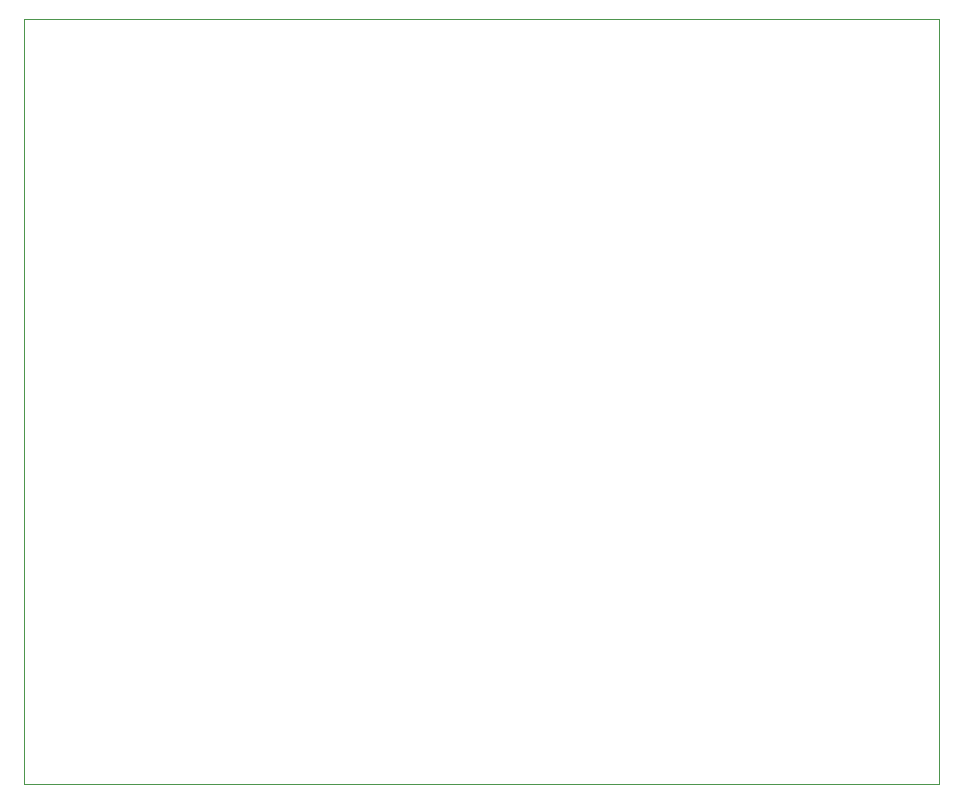
<source format=gbr>
G04 #@! TF.FileFunction,Profile,NP*
%FSLAX46Y46*%
G04 Gerber Fmt 4.6, Leading zero omitted, Abs format (unit mm)*
G04 Created by KiCad (PCBNEW 4.0.7) date 01/14/20 09:17:38*
%MOMM*%
%LPD*%
G01*
G04 APERTURE LIST*
%ADD10C,0.100000*%
G04 APERTURE END LIST*
D10*
X195580000Y-124460000D02*
X195580000Y-123190000D01*
X118110000Y-124460000D02*
X195580000Y-124460000D01*
X118110000Y-59690000D02*
X118110000Y-124460000D01*
X195580000Y-59690000D02*
X118110000Y-59690000D01*
X195580000Y-123190000D02*
X195580000Y-59690000D01*
M02*

</source>
